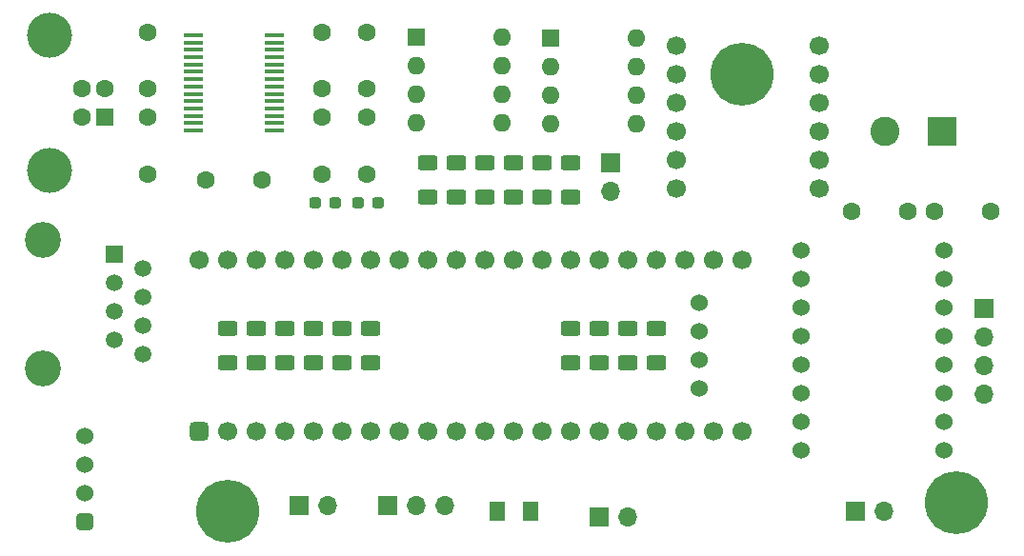
<source format=gbr>
%TF.GenerationSoftware,KiCad,Pcbnew,(6.0.1)*%
%TF.CreationDate,2022-02-21T12:58:46+02:00*%
%TF.ProjectId,RegulusFocuser-V1,52656775-6c75-4734-966f-63757365722d,rev?*%
%TF.SameCoordinates,Original*%
%TF.FileFunction,Soldermask,Top*%
%TF.FilePolarity,Negative*%
%FSLAX46Y46*%
G04 Gerber Fmt 4.6, Leading zero omitted, Abs format (unit mm)*
G04 Created by KiCad (PCBNEW (6.0.1)) date 2022-02-21 12:58:46*
%MOMM*%
%LPD*%
G01*
G04 APERTURE LIST*
G04 Aperture macros list*
%AMRoundRect*
0 Rectangle with rounded corners*
0 $1 Rounding radius*
0 $2 $3 $4 $5 $6 $7 $8 $9 X,Y pos of 4 corners*
0 Add a 4 corners polygon primitive as box body*
4,1,4,$2,$3,$4,$5,$6,$7,$8,$9,$2,$3,0*
0 Add four circle primitives for the rounded corners*
1,1,$1+$1,$2,$3*
1,1,$1+$1,$4,$5*
1,1,$1+$1,$6,$7*
1,1,$1+$1,$8,$9*
0 Add four rect primitives between the rounded corners*
20,1,$1+$1,$2,$3,$4,$5,0*
20,1,$1+$1,$4,$5,$6,$7,0*
20,1,$1+$1,$6,$7,$8,$9,0*
20,1,$1+$1,$8,$9,$2,$3,0*%
G04 Aperture macros list end*
%ADD10RoundRect,0.250000X-0.625000X0.400000X-0.625000X-0.400000X0.625000X-0.400000X0.625000X0.400000X0*%
%ADD11RoundRect,0.250000X0.625000X-0.400000X0.625000X0.400000X-0.625000X0.400000X-0.625000X-0.400000X0*%
%ADD12C,1.600000*%
%ADD13RoundRect,0.425000X-0.425000X0.425000X-0.425000X-0.425000X0.425000X-0.425000X0.425000X0.425000X0*%
%ADD14C,1.700000*%
%ADD15C,1.524000*%
%ADD16RoundRect,0.237500X-0.287500X-0.237500X0.287500X-0.237500X0.287500X0.237500X-0.287500X0.237500X0*%
%ADD17RoundRect,0.250001X-0.462499X-0.624999X0.462499X-0.624999X0.462499X0.624999X-0.462499X0.624999X0*%
%ADD18R,1.600000X1.600000*%
%ADD19C,4.000000*%
%ADD20C,5.600000*%
%ADD21R,1.700000X1.700000*%
%ADD22O,1.700000X1.700000*%
%ADD23O,1.600000X1.600000*%
%ADD24R,1.750000X0.450000*%
%ADD25C,3.200000*%
%ADD26R,1.500000X1.500000*%
%ADD27C,1.500000*%
%ADD28R,2.600000X2.600000*%
%ADD29C,2.600000*%
%ADD30RoundRect,0.381000X0.381000X0.381000X-0.381000X0.381000X-0.381000X-0.381000X0.381000X-0.381000X0*%
G04 APERTURE END LIST*
D10*
%TO.C,R8*%
X129540000Y-94970000D03*
X129540000Y-98070000D03*
%TD*%
D11*
%TO.C,R7*%
X127000000Y-98070000D03*
X127000000Y-94970000D03*
%TD*%
D12*
%TO.C,C4*%
X131699000Y-76240000D03*
X131699000Y-81240000D03*
%TD*%
D13*
%TO.C,MC1*%
X116840000Y-104140000D03*
D14*
X119380000Y-104140000D03*
X121920000Y-104140000D03*
X124460000Y-104140000D03*
X127000000Y-104140000D03*
X129540000Y-104140000D03*
X132080000Y-104140000D03*
X134620000Y-104140000D03*
X137160000Y-104140000D03*
X139700000Y-104140000D03*
X142240000Y-104140000D03*
X144780000Y-104140000D03*
X147320000Y-104140000D03*
X149860000Y-104140000D03*
X152400000Y-104140000D03*
X154940000Y-104140000D03*
X157480000Y-104140000D03*
X160020000Y-104140000D03*
X162560000Y-104140000D03*
X165100000Y-104140000D03*
X165100000Y-88900000D03*
X162560000Y-88900000D03*
X160020000Y-88900000D03*
X157480000Y-88900000D03*
X154940000Y-88900000D03*
X152400000Y-88900000D03*
X149860000Y-88900000D03*
X147320000Y-88900000D03*
X144780000Y-88900000D03*
X142240000Y-88900000D03*
X139700000Y-88900000D03*
X137160000Y-88900000D03*
X134620000Y-88900000D03*
X132080000Y-88900000D03*
X129540000Y-88900000D03*
X127000000Y-88900000D03*
X124460000Y-88900000D03*
X121920000Y-88900000D03*
X119380000Y-88900000D03*
X116840000Y-88900000D03*
D15*
X161290000Y-100330000D03*
X161290000Y-97790000D03*
X161290000Y-95250000D03*
X161290000Y-92710000D03*
%TD*%
D12*
%TO.C,C2*%
X112268000Y-76240000D03*
X112268000Y-81240000D03*
%TD*%
%TO.C,C3*%
X131724400Y-73660000D03*
X131724400Y-68660000D03*
%TD*%
D11*
%TO.C,R6*%
X124460000Y-98070000D03*
X124460000Y-94970000D03*
%TD*%
D14*
%TO.C,U3*%
X159258000Y-69850000D03*
X159258000Y-72390000D03*
X159258000Y-74930000D03*
X159258000Y-77470000D03*
X159258000Y-80010000D03*
X159258000Y-82550000D03*
X171958000Y-82550000D03*
X171958000Y-80010000D03*
X171958000Y-77470000D03*
X171958000Y-74930000D03*
X171958000Y-72390000D03*
X171958000Y-69850000D03*
%TD*%
D11*
%TO.C,R14*%
X152400000Y-98070000D03*
X152400000Y-94970000D03*
%TD*%
%TO.C,R5*%
X121920000Y-98070000D03*
X121920000Y-94970000D03*
%TD*%
D16*
%TO.C,D3*%
X130951000Y-83820000D03*
X132701000Y-83820000D03*
%TD*%
D17*
%TO.C,D1*%
X143292500Y-111252000D03*
X146267500Y-111252000D03*
%TD*%
D12*
%TO.C,C9*%
X174792000Y-84582000D03*
X179792000Y-84582000D03*
%TD*%
D18*
%TO.C,J1*%
X108407500Y-76180000D03*
D12*
X108407500Y-73680000D03*
X106407500Y-73680000D03*
X106407500Y-76180000D03*
D19*
X103547500Y-80930000D03*
X103547500Y-68930000D03*
%TD*%
D20*
%TO.C,MH2*%
X119380000Y-111252000D03*
%TD*%
D21*
%TO.C,J4*%
X153369100Y-80247200D03*
D22*
X153369100Y-82787200D03*
%TD*%
D21*
%TO.C,J8*%
X125725000Y-110744000D03*
D22*
X128265000Y-110744000D03*
%TD*%
D11*
%TO.C,R11*%
X142243700Y-83338000D03*
X142243700Y-80238000D03*
%TD*%
D18*
%TO.C,U4*%
X136154000Y-69098000D03*
D23*
X136154000Y-71638000D03*
X136154000Y-74178000D03*
X136154000Y-76718000D03*
X143774000Y-76718000D03*
X143774000Y-74178000D03*
X143774000Y-71638000D03*
X143774000Y-69098000D03*
%TD*%
D10*
%TO.C,R13*%
X149860000Y-80238000D03*
X149860000Y-83338000D03*
%TD*%
D21*
%TO.C,J7*%
X175128000Y-111252000D03*
D22*
X177668000Y-111252000D03*
%TD*%
D20*
%TO.C,MH1*%
X165100000Y-72390000D03*
%TD*%
D10*
%TO.C,R3*%
X137160000Y-80238000D03*
X137160000Y-83338000D03*
%TD*%
D24*
%TO.C,U1*%
X116288000Y-68927000D03*
X116288000Y-69577000D03*
X116288000Y-70227000D03*
X116288000Y-70877000D03*
X116288000Y-71527000D03*
X116288000Y-72177000D03*
X116288000Y-72827000D03*
X116288000Y-73477000D03*
X116288000Y-74127000D03*
X116288000Y-74777000D03*
X116288000Y-75427000D03*
X116288000Y-76077000D03*
X116288000Y-76727000D03*
X116288000Y-77377000D03*
X123488000Y-77377000D03*
X123488000Y-76727000D03*
X123488000Y-76077000D03*
X123488000Y-75427000D03*
X123488000Y-74777000D03*
X123488000Y-74127000D03*
X123488000Y-73477000D03*
X123488000Y-72827000D03*
X123488000Y-72177000D03*
X123488000Y-71527000D03*
X123488000Y-70877000D03*
X123488000Y-70227000D03*
X123488000Y-69577000D03*
X123488000Y-68927000D03*
%TD*%
D25*
%TO.C,J2*%
X102890000Y-98587500D03*
X102890000Y-87157500D03*
D26*
X109240000Y-88427500D03*
D27*
X111780000Y-89697500D03*
X109240000Y-90967500D03*
X111780000Y-92237500D03*
X109240000Y-93507500D03*
X111780000Y-94777500D03*
X109240000Y-96047500D03*
X111780000Y-97317500D03*
%TD*%
D15*
%TO.C,U5*%
X170307000Y-88011000D03*
X170307000Y-90551000D03*
X170307000Y-93091000D03*
X170307000Y-95631000D03*
X170307000Y-98171000D03*
X170307000Y-100711000D03*
X170307000Y-103251000D03*
X170307000Y-105791000D03*
X183007000Y-105791000D03*
X183007000Y-103251000D03*
X183007000Y-100711000D03*
X183007000Y-98171000D03*
X183007000Y-95631000D03*
X183007000Y-93091000D03*
X183007000Y-90551000D03*
X183007000Y-88011000D03*
%TD*%
D28*
%TO.C,J5*%
X182880100Y-77470000D03*
D29*
X177800100Y-77470000D03*
%TD*%
D11*
%TO.C,R16*%
X157480000Y-98070000D03*
X157480000Y-94970000D03*
%TD*%
%TO.C,R4*%
X147320000Y-83338000D03*
X147320000Y-80238000D03*
%TD*%
%TO.C,R15*%
X154940000Y-98070000D03*
X154940000Y-94970000D03*
%TD*%
%TO.C,R9*%
X132080000Y-98070000D03*
X132080000Y-94970000D03*
%TD*%
D12*
%TO.C,C5*%
X117388000Y-81788000D03*
X122388000Y-81788000D03*
%TD*%
%TO.C,C1*%
X112268000Y-73660000D03*
X112268000Y-68660000D03*
%TD*%
%TO.C,C7*%
X127762000Y-73660000D03*
X127762000Y-68660000D03*
%TD*%
D20*
%TO.C,MH3*%
X184150000Y-110500000D03*
%TD*%
D10*
%TO.C,R12*%
X139700000Y-80238000D03*
X139700000Y-83338000D03*
%TD*%
D18*
%TO.C,U2*%
X148092000Y-69146000D03*
D23*
X148092000Y-71686000D03*
X148092000Y-74226000D03*
X148092000Y-76766000D03*
X155712000Y-76766000D03*
X155712000Y-74226000D03*
X155712000Y-71686000D03*
X155712000Y-69146000D03*
%TD*%
D10*
%TO.C,R2*%
X144780000Y-80238000D03*
X144780000Y-83338000D03*
%TD*%
D11*
%TO.C,R10*%
X149860000Y-98070000D03*
X149860000Y-94970000D03*
%TD*%
D12*
%TO.C,C6*%
X127762000Y-76240000D03*
X127762000Y-81240000D03*
%TD*%
D11*
%TO.C,R1*%
X119380000Y-98070000D03*
X119380000Y-94970000D03*
%TD*%
D12*
%TO.C,C8*%
X187198000Y-84582000D03*
X182198000Y-84582000D03*
%TD*%
D21*
%TO.C,J9*%
X152400000Y-111760000D03*
D22*
X154940000Y-111760000D03*
%TD*%
D16*
%TO.C,D2*%
X127141000Y-83820000D03*
X128891000Y-83820000D03*
%TD*%
D21*
%TO.C,J3*%
X133619000Y-110744000D03*
D22*
X136159000Y-110744000D03*
X138699000Y-110744000D03*
%TD*%
D15*
%TO.C,BZ1*%
X106644200Y-109614100D03*
D30*
X106644200Y-112154100D03*
D15*
X106644200Y-107074100D03*
X106644200Y-104534100D03*
%TD*%
D21*
%TO.C,J6*%
X186563000Y-93218000D03*
D22*
X186563000Y-95758000D03*
X186563000Y-98298000D03*
X186563000Y-100838000D03*
%TD*%
M02*

</source>
